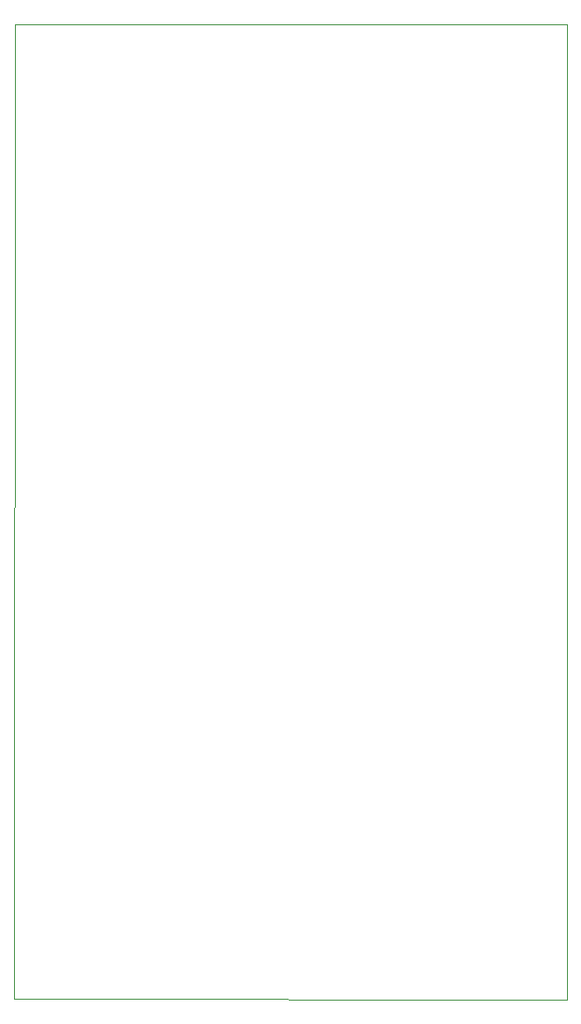
<source format=gbr>
%TF.GenerationSoftware,KiCad,Pcbnew,9.0.4*%
%TF.CreationDate,2025-08-21T19:00:16-05:00*%
%TF.ProjectId,ptFlex,7074466c-6578-42e6-9b69-6361645f7063,rev?*%
%TF.SameCoordinates,Original*%
%TF.FileFunction,Profile,NP*%
%FSLAX46Y46*%
G04 Gerber Fmt 4.6, Leading zero omitted, Abs format (unit mm)*
G04 Created by KiCad (PCBNEW 9.0.4) date 2025-08-21 19:00:16*
%MOMM*%
%LPD*%
G01*
G04 APERTURE LIST*
%TA.AperFunction,Profile*%
%ADD10C,0.050000*%
%TD*%
G04 APERTURE END LIST*
D10*
X116346000Y-57600000D02*
X166400000Y-57600000D01*
X166400000Y-145846000D02*
X116300000Y-145800000D01*
X116300000Y-145800000D02*
X116346000Y-57600000D01*
X166400000Y-57600000D02*
X166400000Y-145846000D01*
M02*

</source>
